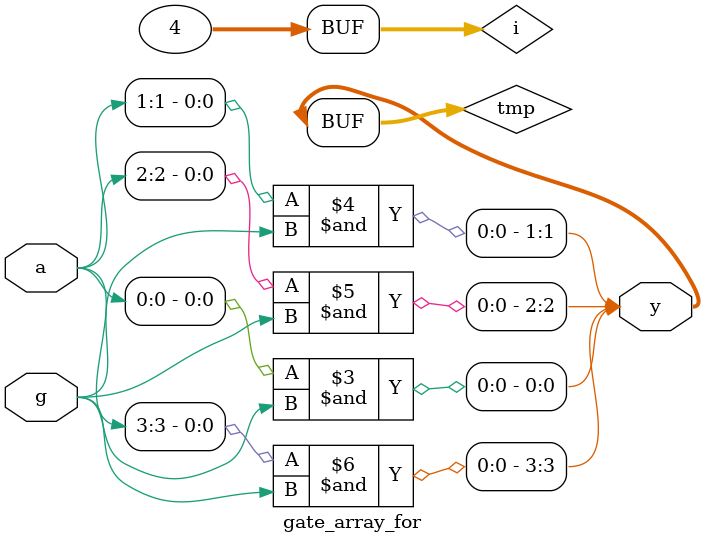
<source format=v>
module gate_array_for(a, g, y);
parameter N = 4;
input g;
input  [N-1:0] a;
output [N-1:0] y;

reg [N-1:0] tmp, y;
integer i;

always @(a or g)
begin
    for (i = 0; i < N; i = i + 1)
      begin
          tmp[i] = a[i] & g;
      end
    y <= tmp;
end

endmodule

</source>
